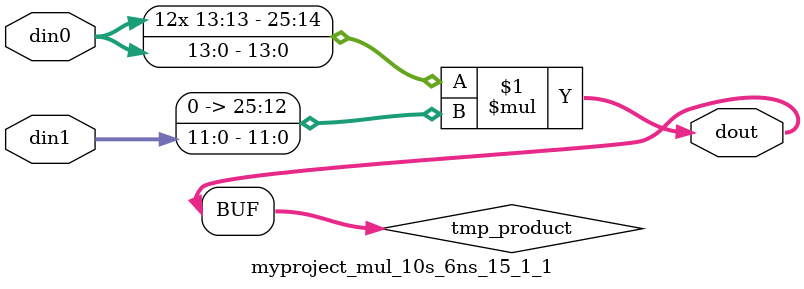
<source format=v>

`timescale 1 ns / 1 ps

 module myproject_mul_10s_6ns_15_1_1(din0, din1, dout);
parameter ID = 1;
parameter NUM_STAGE = 0;
parameter din0_WIDTH = 14;
parameter din1_WIDTH = 12;
parameter dout_WIDTH = 26;

input [din0_WIDTH - 1 : 0] din0; 
input [din1_WIDTH - 1 : 0] din1; 
output [dout_WIDTH - 1 : 0] dout;

wire signed [dout_WIDTH - 1 : 0] tmp_product;


























assign tmp_product = $signed(din0) * $signed({1'b0, din1});









assign dout = tmp_product;





















endmodule

</source>
